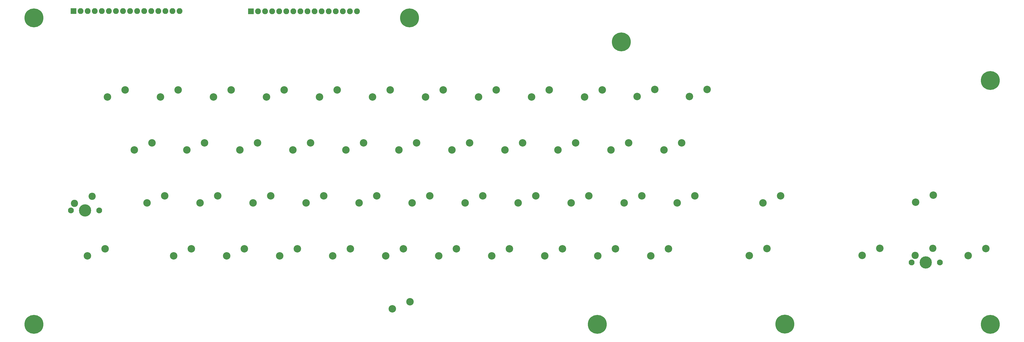
<source format=gbr>
G04 #@! TF.GenerationSoftware,KiCad,Pcbnew,(5.1.5)-3*
G04 #@! TF.CreationDate,2021-01-24T16:57:30-06:00*
G04 #@! TF.ProjectId,DragonKeyboard,44726167-6f6e-44b6-9579-626f6172642e,rev?*
G04 #@! TF.SameCoordinates,Original*
G04 #@! TF.FileFunction,Soldermask,Top*
G04 #@! TF.FilePolarity,Negative*
%FSLAX46Y46*%
G04 Gerber Fmt 4.6, Leading zero omitted, Abs format (unit mm)*
G04 Created by KiCad (PCBNEW (5.1.5)-3) date 2021-01-24 16:57:30*
%MOMM*%
%LPD*%
G04 APERTURE LIST*
%ADD10C,2.100000*%
%ADD11C,4.400000*%
%ADD12C,2.600000*%
%ADD13O,2.100000X2.100000*%
%ADD14R,2.100000X2.100000*%
%ADD15C,6.800000*%
%ADD16C,2.686000*%
G04 APERTURE END LIST*
D10*
X367140000Y-181380000D03*
X356980000Y-181380000D03*
D11*
X362060000Y-181380000D03*
D12*
X358250000Y-178840000D03*
X364600000Y-176300000D03*
D13*
X157600000Y-91100000D03*
X155060000Y-91100000D03*
X152520000Y-91100000D03*
X149980000Y-91100000D03*
X147440000Y-91100000D03*
X144900000Y-91100000D03*
X142360000Y-91100000D03*
X139820000Y-91100000D03*
X137280000Y-91100000D03*
X134740000Y-91100000D03*
X132200000Y-91100000D03*
X129660000Y-91100000D03*
X127120000Y-91100000D03*
X124580000Y-91100000D03*
X122040000Y-91100000D03*
D14*
X119500000Y-91100000D03*
D13*
X93900000Y-91000000D03*
X91360000Y-91000000D03*
X88820000Y-91000000D03*
X86280000Y-91000000D03*
X83740000Y-91000000D03*
X81200000Y-91000000D03*
X78660000Y-91000000D03*
X76120000Y-91000000D03*
X73580000Y-91000000D03*
X71040000Y-91000000D03*
X68500000Y-91000000D03*
X65960000Y-91000000D03*
X63420000Y-91000000D03*
X60880000Y-91000000D03*
X58340000Y-91000000D03*
D14*
X55800000Y-91000000D03*
D10*
X65040000Y-162680000D03*
X54880000Y-162680000D03*
D11*
X59960000Y-162680000D03*
D12*
X56150000Y-160140000D03*
X62500000Y-157600000D03*
D15*
X176530000Y-93472000D03*
X252603000Y-102108000D03*
X41529000Y-203708000D03*
X311404000Y-203581000D03*
X41529000Y-93472000D03*
X243967000Y-203708000D03*
X385200000Y-203700000D03*
X385200000Y-116000000D03*
D16*
X283440000Y-119220000D03*
X277090000Y-121760000D03*
X245745000Y-119380000D03*
X239395000Y-121920000D03*
X74295000Y-119380000D03*
X67945000Y-121920000D03*
X93345000Y-119380000D03*
X86995000Y-121920000D03*
X112395000Y-119380000D03*
X106045000Y-121920000D03*
X131445000Y-119380000D03*
X125095000Y-121920000D03*
X150495000Y-119380000D03*
X144145000Y-121920000D03*
X169545000Y-119380000D03*
X163195000Y-121920000D03*
X188595000Y-119380000D03*
X182245000Y-121920000D03*
X207645000Y-119380000D03*
X201295000Y-121920000D03*
X226695000Y-119380000D03*
X220345000Y-121920000D03*
X383640000Y-176420000D03*
X377290000Y-178960000D03*
X264640000Y-119220000D03*
X258290000Y-121760000D03*
X274320000Y-138430000D03*
X267970000Y-140970000D03*
X260032000Y-157480000D03*
X253682000Y-160020000D03*
X279082000Y-157480000D03*
X272732000Y-160020000D03*
X231458000Y-176530000D03*
X225108000Y-179070000D03*
X250508000Y-176530000D03*
X244158000Y-179070000D03*
X269558000Y-176530000D03*
X263208000Y-179070000D03*
X88582500Y-157480000D03*
X82232500Y-160020000D03*
X174308000Y-176530000D03*
X167958000Y-179070000D03*
X136208000Y-176530000D03*
X129858000Y-179070000D03*
X126682000Y-157480000D03*
X120332000Y-160020000D03*
X121920000Y-138430000D03*
X115570000Y-140970000D03*
X145732000Y-157480000D03*
X139382000Y-160020000D03*
X164782000Y-157480000D03*
X158432000Y-160020000D03*
X183832000Y-157480000D03*
X177482000Y-160020000D03*
X217170000Y-138430000D03*
X210820000Y-140970000D03*
X202882000Y-157480000D03*
X196532000Y-160020000D03*
X221932000Y-157480000D03*
X215582000Y-160020000D03*
X240982000Y-157480000D03*
X234632000Y-160020000D03*
X212408000Y-176530000D03*
X206058000Y-179070000D03*
X193358000Y-176530000D03*
X187008000Y-179070000D03*
X236220000Y-138430000D03*
X229870000Y-140970000D03*
X255270000Y-138430000D03*
X248920000Y-140970000D03*
X83940000Y-138420000D03*
X77590000Y-140960000D03*
X140970000Y-138430000D03*
X134620000Y-140970000D03*
X107632000Y-157480000D03*
X101282000Y-160020000D03*
X160020000Y-138430000D03*
X153670000Y-140970000D03*
X198120000Y-138430000D03*
X191770000Y-140970000D03*
X155258000Y-176530000D03*
X148908000Y-179070000D03*
X102870000Y-138430000D03*
X96520000Y-140970000D03*
X117158000Y-176530000D03*
X110808000Y-179070000D03*
X179070000Y-138430000D03*
X172720000Y-140970000D03*
X98107500Y-176530000D03*
X91757500Y-179070000D03*
X67151200Y-176530000D03*
X60801200Y-179070000D03*
X309840000Y-157420000D03*
X303490000Y-159960000D03*
X176689000Y-195580000D03*
X170339000Y-198120000D03*
X345540000Y-176320000D03*
X339190000Y-178860000D03*
X364740000Y-157220000D03*
X358390000Y-159760000D03*
X304927000Y-176403000D03*
X298577000Y-178943000D03*
M02*

</source>
